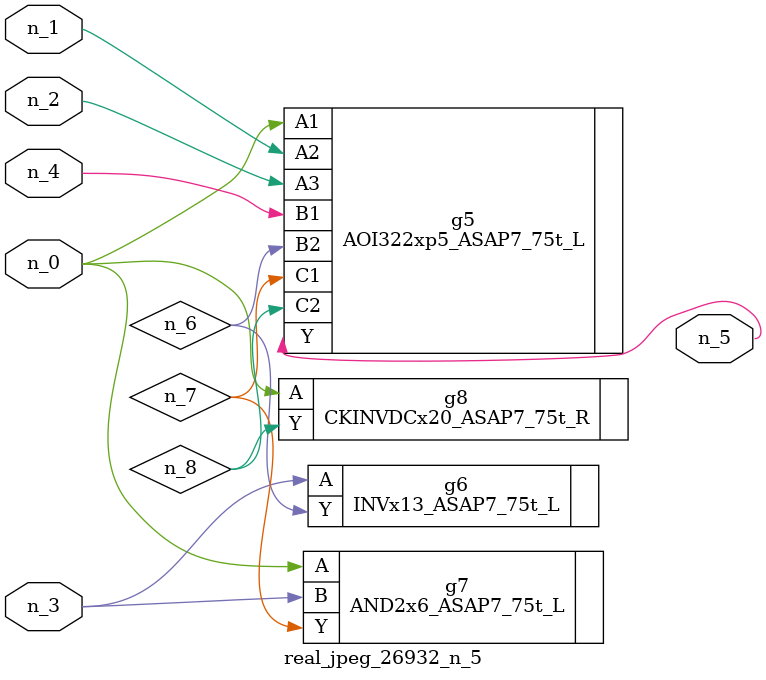
<source format=v>
module real_jpeg_26932_n_5 (n_4, n_0, n_1, n_2, n_3, n_5);

input n_4;
input n_0;
input n_1;
input n_2;
input n_3;

output n_5;

wire n_8;
wire n_6;
wire n_7;

AOI322xp5_ASAP7_75t_L g5 ( 
.A1(n_0),
.A2(n_1),
.A3(n_2),
.B1(n_4),
.B2(n_6),
.C1(n_7),
.C2(n_8),
.Y(n_5)
);

AND2x6_ASAP7_75t_L g7 ( 
.A(n_0),
.B(n_3),
.Y(n_7)
);

CKINVDCx20_ASAP7_75t_R g8 ( 
.A(n_0),
.Y(n_8)
);

INVx13_ASAP7_75t_L g6 ( 
.A(n_3),
.Y(n_6)
);


endmodule
</source>
